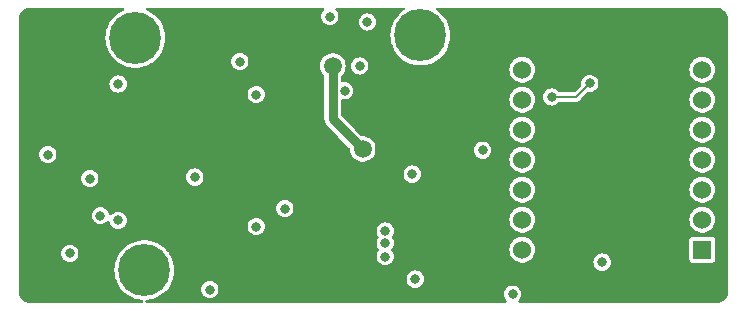
<source format=gbr>
%TF.GenerationSoftware,KiCad,Pcbnew,7.0.6*%
%TF.CreationDate,2024-04-06T17:32:54-04:00*%
%TF.ProjectId,5.2_5V,352e325f-3556-42e6-9b69-6361645f7063,rev?*%
%TF.SameCoordinates,Original*%
%TF.FileFunction,Copper,L4,Bot*%
%TF.FilePolarity,Positive*%
%FSLAX46Y46*%
G04 Gerber Fmt 4.6, Leading zero omitted, Abs format (unit mm)*
G04 Created by KiCad (PCBNEW 7.0.6) date 2024-04-06 17:32:54*
%MOMM*%
%LPD*%
G01*
G04 APERTURE LIST*
%TA.AperFunction,ComponentPad*%
%ADD10C,4.400000*%
%TD*%
%TA.AperFunction,ComponentPad*%
%ADD11R,1.530000X1.530000*%
%TD*%
%TA.AperFunction,ComponentPad*%
%ADD12C,1.530000*%
%TD*%
%TA.AperFunction,ViaPad*%
%ADD13C,0.800000*%
%TD*%
%TA.AperFunction,ViaPad*%
%ADD14C,1.500000*%
%TD*%
%TA.AperFunction,Conductor*%
%ADD15C,0.750000*%
%TD*%
%TA.AperFunction,Conductor*%
%ADD16C,0.127000*%
%TD*%
G04 APERTURE END LIST*
D10*
%TO.P,H3,1*%
%TO.N,N/C*%
X159562800Y-34239200D03*
%TD*%
%TO.P,H2,1*%
%TO.N,N/C*%
X136194800Y-54102000D03*
%TD*%
D11*
%TO.P,U3,1,PA02_A0_D0*%
%TO.N,GND*%
X183432500Y-52380000D03*
D12*
%TO.P,U3,2,PA4_A1_D1*%
X183432500Y-49840000D03*
%TO.P,U3,3,PA10_A2_D2*%
%TO.N,DRDY*%
X183432500Y-47300000D03*
%TO.P,U3,4,PA11_A3_D3*%
%TO.N,CS*%
X183432500Y-44760000D03*
%TO.P,U3,5,PA8_A4_D4_SDA*%
%TO.N,Net-(U3-PA8_A4_D4_SDA)*%
X183432500Y-42220000D03*
%TO.P,U3,6,PA9_A5_D5_SCL*%
X183432500Y-39680000D03*
%TO.P,U3,7,PB08_A6_D6_TX*%
X183432500Y-37140000D03*
%TO.P,U3,8,PB09_A7_D7_RX*%
X168192500Y-37140000D03*
%TO.P,U3,9,PA7_A8_D8_SCK*%
%TO.N,SCLK*%
X168192500Y-39680000D03*
%TO.P,U3,10,PA5_A9_D9_MISO*%
%TO.N,DOUT*%
X168192500Y-42220000D03*
%TO.P,U3,11,PA6_A10_D10_MOSI*%
%TO.N,DIN*%
X168192500Y-44760000D03*
%TO.P,U3,12,3V3*%
%TO.N,3V3*%
X168192500Y-47300000D03*
%TO.P,U3,13,GND*%
%TO.N,GND*%
X168192500Y-49840000D03*
%TO.P,U3,14,5V*%
%TO.N,Net-(D1-K)*%
X168192500Y-52380000D03*
%TD*%
D10*
%TO.P,H1,1*%
%TO.N,N/C*%
X135432800Y-34442400D03*
%TD*%
D13*
%TO.N,5V*%
X174950000Y-53425000D03*
X145669000Y-50419000D03*
X156591000Y-50800000D03*
X131572000Y-46355000D03*
X156591000Y-51816000D03*
X156591000Y-52959000D03*
X133975000Y-49900000D03*
%TO.N,GND*%
X128016000Y-44323000D03*
X158877000Y-45974000D03*
X153150000Y-38925000D03*
X140462000Y-46228000D03*
X141732000Y-55753000D03*
X148082000Y-48895000D03*
X155075000Y-33100000D03*
X129875000Y-52700000D03*
X159131000Y-54864000D03*
X133975000Y-38350000D03*
X145669000Y-39243000D03*
X132470000Y-49493844D03*
X144272000Y-36449000D03*
X167375000Y-56150000D03*
X151892000Y-32639000D03*
X154425000Y-36825000D03*
X164829819Y-43958181D03*
D14*
%TO.N,Net-(PS2-+VIN_(VCC))*%
X154675700Y-43850700D03*
X152146000Y-36830000D03*
D13*
%TO.N,Net-(U3-PA8_A4_D4_SDA)*%
X170675000Y-39450000D03*
X173900000Y-38300000D03*
%TD*%
D15*
%TO.N,Net-(PS2-+VIN_(VCC))*%
X152146000Y-41321000D02*
X154675700Y-43850700D01*
X152146000Y-36830000D02*
X152146000Y-41321000D01*
D16*
%TO.N,Net-(U3-PA8_A4_D4_SDA)*%
X172750000Y-39450000D02*
X170675000Y-39450000D01*
X173900000Y-38300000D02*
X172750000Y-39450000D01*
%TD*%
%TA.AperFunction,NonConductor*%
G36*
X134453973Y-31897185D02*
G01*
X134499728Y-31949989D01*
X134509672Y-32019147D01*
X134480647Y-32082703D01*
X134432581Y-32116792D01*
X134353243Y-32148203D01*
X134353242Y-32148204D01*
X134074210Y-32301604D01*
X134074198Y-32301611D01*
X133816618Y-32488754D01*
X133816608Y-32488762D01*
X133584499Y-32706727D01*
X133381531Y-32952073D01*
X133210923Y-33220909D01*
X133210920Y-33220915D01*
X133075351Y-33509012D01*
X133075349Y-33509017D01*
X132976955Y-33811841D01*
X132917289Y-34124620D01*
X132917288Y-34124627D01*
X132897297Y-34442394D01*
X132897297Y-34442405D01*
X132917288Y-34760172D01*
X132917289Y-34760179D01*
X132976955Y-35072958D01*
X133075349Y-35375782D01*
X133075351Y-35375787D01*
X133210920Y-35663884D01*
X133210923Y-35663890D01*
X133381531Y-35932726D01*
X133381534Y-35932730D01*
X133381535Y-35932731D01*
X133584498Y-36178071D01*
X133799517Y-36379988D01*
X133816608Y-36396037D01*
X133816618Y-36396045D01*
X134074198Y-36583188D01*
X134074203Y-36583190D01*
X134074210Y-36583196D01*
X134353235Y-36736592D01*
X134353240Y-36736594D01*
X134353242Y-36736595D01*
X134353243Y-36736596D01*
X134649282Y-36853806D01*
X134649285Y-36853807D01*
X134752088Y-36880202D01*
X134957694Y-36932992D01*
X135112380Y-36952533D01*
X135273584Y-36972899D01*
X135273590Y-36972899D01*
X135273594Y-36972900D01*
X135273596Y-36972900D01*
X135592004Y-36972900D01*
X135592006Y-36972900D01*
X135592011Y-36972899D01*
X135592015Y-36972899D01*
X135675876Y-36962304D01*
X135907906Y-36932992D01*
X136216314Y-36853807D01*
X136276444Y-36830000D01*
X136512356Y-36736596D01*
X136512357Y-36736595D01*
X136512355Y-36736595D01*
X136512365Y-36736592D01*
X136791390Y-36583196D01*
X136976091Y-36449003D01*
X143536878Y-36449003D01*
X143555307Y-36612574D01*
X143609676Y-36767953D01*
X143609677Y-36767955D01*
X143609678Y-36767957D01*
X143697258Y-36907341D01*
X143813659Y-37023742D01*
X143953043Y-37111322D01*
X144108420Y-37165691D01*
X144108423Y-37165691D01*
X144108425Y-37165692D01*
X144271996Y-37184122D01*
X144272000Y-37184122D01*
X144272004Y-37184122D01*
X144435574Y-37165692D01*
X144435575Y-37165691D01*
X144435580Y-37165691D01*
X144590957Y-37111322D01*
X144730341Y-37023742D01*
X144846742Y-36907341D01*
X144895338Y-36830000D01*
X151060871Y-36830000D01*
X151079346Y-37029391D01*
X151079347Y-37029393D01*
X151134145Y-37221989D01*
X151134151Y-37222004D01*
X151223401Y-37401241D01*
X151223406Y-37401249D01*
X151288406Y-37487322D01*
X151343381Y-37560122D01*
X151344081Y-37561048D01*
X151400037Y-37612058D01*
X151436319Y-37671769D01*
X151440500Y-37703696D01*
X151440500Y-41297802D01*
X151440387Y-41301546D01*
X151436615Y-41363907D01*
X151436615Y-41363910D01*
X151447873Y-41425347D01*
X151448436Y-41429048D01*
X151455969Y-41491077D01*
X151459618Y-41500701D01*
X151465640Y-41522304D01*
X151467496Y-41532429D01*
X151467497Y-41532433D01*
X151493135Y-41589399D01*
X151494568Y-41592859D01*
X151516719Y-41651264D01*
X151516723Y-41651271D01*
X151522563Y-41659732D01*
X151533588Y-41679279D01*
X151537810Y-41688660D01*
X151537813Y-41688665D01*
X151576342Y-41737844D01*
X151578562Y-41740860D01*
X151614047Y-41792269D01*
X151660823Y-41833709D01*
X151663515Y-41836243D01*
X152626449Y-42799177D01*
X153556821Y-43729549D01*
X153590306Y-43790872D01*
X153592612Y-43828666D01*
X153590571Y-43850701D01*
X153609046Y-44050091D01*
X153609047Y-44050093D01*
X153663845Y-44242689D01*
X153663851Y-44242704D01*
X153753101Y-44421941D01*
X153753106Y-44421949D01*
X153873781Y-44581749D01*
X153996151Y-44693303D01*
X154021764Y-44716652D01*
X154192016Y-44822068D01*
X154378740Y-44894405D01*
X154575577Y-44931200D01*
X154575579Y-44931200D01*
X154775821Y-44931200D01*
X154775823Y-44931200D01*
X154972660Y-44894405D01*
X155159384Y-44822068D01*
X155259627Y-44760000D01*
X167092307Y-44760000D01*
X167111039Y-44962159D01*
X167111040Y-44962161D01*
X167166599Y-45157431D01*
X167166605Y-45157446D01*
X167257097Y-45339177D01*
X167379449Y-45501197D01*
X167529485Y-45637972D01*
X167529487Y-45637974D01*
X167702098Y-45744850D01*
X167702104Y-45744853D01*
X167723420Y-45753110D01*
X167891418Y-45818194D01*
X168090987Y-45855500D01*
X168090989Y-45855500D01*
X168294011Y-45855500D01*
X168294013Y-45855500D01*
X168493582Y-45818194D01*
X168682898Y-45744852D01*
X168855514Y-45637973D01*
X168989687Y-45515658D01*
X169005550Y-45501197D01*
X169005552Y-45501195D01*
X169127903Y-45339177D01*
X169218399Y-45157436D01*
X169273960Y-44962160D01*
X169292693Y-44760000D01*
X182332307Y-44760000D01*
X182351039Y-44962159D01*
X182351040Y-44962161D01*
X182406599Y-45157431D01*
X182406605Y-45157446D01*
X182497097Y-45339177D01*
X182619449Y-45501197D01*
X182769485Y-45637972D01*
X182769487Y-45637974D01*
X182942098Y-45744850D01*
X182942104Y-45744853D01*
X182963420Y-45753110D01*
X183131418Y-45818194D01*
X183330987Y-45855500D01*
X183330989Y-45855500D01*
X183534011Y-45855500D01*
X183534013Y-45855500D01*
X183733582Y-45818194D01*
X183922898Y-45744852D01*
X184095514Y-45637973D01*
X184229687Y-45515658D01*
X184245550Y-45501197D01*
X184245552Y-45501195D01*
X184367903Y-45339177D01*
X184458399Y-45157436D01*
X184513960Y-44962160D01*
X184532693Y-44760000D01*
X184513960Y-44557840D01*
X184458399Y-44362564D01*
X184367903Y-44180823D01*
X184245552Y-44018805D01*
X184245550Y-44018802D01*
X184095514Y-43882027D01*
X184095512Y-43882025D01*
X183922901Y-43775149D01*
X183922895Y-43775146D01*
X183843591Y-43744424D01*
X183733582Y-43701806D01*
X183534013Y-43664500D01*
X183330987Y-43664500D01*
X183131418Y-43701806D01*
X183085938Y-43719424D01*
X182942104Y-43775146D01*
X182942098Y-43775149D01*
X182769487Y-43882025D01*
X182769485Y-43882027D01*
X182619449Y-44018802D01*
X182497097Y-44180822D01*
X182406605Y-44362553D01*
X182406599Y-44362568D01*
X182351040Y-44557838D01*
X182351039Y-44557840D01*
X182332307Y-44759999D01*
X182332307Y-44760000D01*
X169292693Y-44760000D01*
X169273960Y-44557840D01*
X169218399Y-44362564D01*
X169127903Y-44180823D01*
X169005552Y-44018805D01*
X169005550Y-44018802D01*
X168855514Y-43882027D01*
X168855512Y-43882025D01*
X168682901Y-43775149D01*
X168682895Y-43775146D01*
X168603591Y-43744424D01*
X168493582Y-43701806D01*
X168294013Y-43664500D01*
X168090987Y-43664500D01*
X167891418Y-43701806D01*
X167845938Y-43719424D01*
X167702104Y-43775146D01*
X167702098Y-43775149D01*
X167529487Y-43882025D01*
X167529485Y-43882027D01*
X167379449Y-44018802D01*
X167257097Y-44180822D01*
X167166605Y-44362553D01*
X167166599Y-44362568D01*
X167111040Y-44557838D01*
X167111039Y-44557840D01*
X167092307Y-44759999D01*
X167092307Y-44760000D01*
X155259627Y-44760000D01*
X155329636Y-44716652D01*
X155477620Y-44581747D01*
X155598295Y-44421947D01*
X155687553Y-44242694D01*
X155742353Y-44050092D01*
X155750869Y-43958184D01*
X164094697Y-43958184D01*
X164113126Y-44121755D01*
X164167495Y-44277134D01*
X164167496Y-44277136D01*
X164167497Y-44277138D01*
X164255077Y-44416522D01*
X164371478Y-44532923D01*
X164510862Y-44620503D01*
X164666239Y-44674872D01*
X164666242Y-44674872D01*
X164666244Y-44674873D01*
X164829815Y-44693303D01*
X164829819Y-44693303D01*
X164829823Y-44693303D01*
X164993393Y-44674873D01*
X164993394Y-44674872D01*
X164993399Y-44674872D01*
X165148776Y-44620503D01*
X165288160Y-44532923D01*
X165404561Y-44416522D01*
X165492141Y-44277138D01*
X165546510Y-44121761D01*
X165554585Y-44050092D01*
X165564941Y-43958184D01*
X165564941Y-43958177D01*
X165546511Y-43794606D01*
X165546510Y-43794604D01*
X165546510Y-43794601D01*
X165492141Y-43639224D01*
X165404561Y-43499840D01*
X165288160Y-43383439D01*
X165148776Y-43295859D01*
X165148775Y-43295858D01*
X165148774Y-43295858D01*
X165148772Y-43295857D01*
X164993393Y-43241488D01*
X164829823Y-43223059D01*
X164829815Y-43223059D01*
X164666244Y-43241488D01*
X164510865Y-43295857D01*
X164510863Y-43295858D01*
X164371477Y-43383439D01*
X164255077Y-43499839D01*
X164167496Y-43639225D01*
X164167495Y-43639227D01*
X164113126Y-43794606D01*
X164094697Y-43958177D01*
X164094697Y-43958184D01*
X155750869Y-43958184D01*
X155760829Y-43850700D01*
X155742353Y-43651308D01*
X155687553Y-43458706D01*
X155687548Y-43458695D01*
X155598298Y-43279458D01*
X155598293Y-43279450D01*
X155477618Y-43119650D01*
X155329637Y-42984749D01*
X155329636Y-42984748D01*
X155264800Y-42944603D01*
X155159385Y-42879332D01*
X155159383Y-42879331D01*
X155022852Y-42826439D01*
X154972660Y-42806995D01*
X154775823Y-42770200D01*
X154775821Y-42770200D01*
X154644290Y-42770200D01*
X154577251Y-42750515D01*
X154556609Y-42733881D01*
X154042728Y-42220000D01*
X167092307Y-42220000D01*
X167111039Y-42422159D01*
X167111040Y-42422161D01*
X167166599Y-42617431D01*
X167166605Y-42617446D01*
X167257097Y-42799177D01*
X167379449Y-42961197D01*
X167529485Y-43097972D01*
X167529487Y-43097974D01*
X167702098Y-43204850D01*
X167702104Y-43204853D01*
X167723420Y-43213110D01*
X167891418Y-43278194D01*
X168090987Y-43315500D01*
X168090989Y-43315500D01*
X168294011Y-43315500D01*
X168294013Y-43315500D01*
X168493582Y-43278194D01*
X168682898Y-43204852D01*
X168855514Y-43097973D01*
X169005552Y-42961195D01*
X169127903Y-42799177D01*
X169218399Y-42617436D01*
X169273960Y-42422160D01*
X169292693Y-42220000D01*
X182332307Y-42220000D01*
X182351039Y-42422159D01*
X182351040Y-42422161D01*
X182406599Y-42617431D01*
X182406605Y-42617446D01*
X182497097Y-42799177D01*
X182619449Y-42961197D01*
X182769485Y-43097972D01*
X182769487Y-43097974D01*
X182942098Y-43204850D01*
X182942104Y-43204853D01*
X182963420Y-43213110D01*
X183131418Y-43278194D01*
X183330987Y-43315500D01*
X183330989Y-43315500D01*
X183534011Y-43315500D01*
X183534013Y-43315500D01*
X183733582Y-43278194D01*
X183922898Y-43204852D01*
X184095514Y-43097973D01*
X184245552Y-42961195D01*
X184367903Y-42799177D01*
X184458399Y-42617436D01*
X184513960Y-42422160D01*
X184532693Y-42220000D01*
X184513960Y-42017840D01*
X184458399Y-41822564D01*
X184443313Y-41792268D01*
X184391723Y-41688660D01*
X184367903Y-41640823D01*
X184262087Y-41500701D01*
X184245550Y-41478802D01*
X184095514Y-41342027D01*
X184095512Y-41342025D01*
X183922901Y-41235149D01*
X183922895Y-41235146D01*
X183843591Y-41204424D01*
X183733582Y-41161806D01*
X183534013Y-41124500D01*
X183330987Y-41124500D01*
X183131418Y-41161806D01*
X183085938Y-41179424D01*
X182942104Y-41235146D01*
X182942098Y-41235149D01*
X182769487Y-41342025D01*
X182769485Y-41342027D01*
X182619449Y-41478802D01*
X182497097Y-41640822D01*
X182406605Y-41822553D01*
X182406599Y-41822568D01*
X182351040Y-42017838D01*
X182351039Y-42017840D01*
X182332307Y-42219999D01*
X182332307Y-42220000D01*
X169292693Y-42220000D01*
X169273960Y-42017840D01*
X169218399Y-41822564D01*
X169203313Y-41792268D01*
X169151723Y-41688660D01*
X169127903Y-41640823D01*
X169022087Y-41500701D01*
X169005550Y-41478802D01*
X168855514Y-41342027D01*
X168855512Y-41342025D01*
X168682901Y-41235149D01*
X168682895Y-41235146D01*
X168603591Y-41204424D01*
X168493582Y-41161806D01*
X168294013Y-41124500D01*
X168090987Y-41124500D01*
X167891418Y-41161806D01*
X167845938Y-41179424D01*
X167702104Y-41235146D01*
X167702098Y-41235149D01*
X167529487Y-41342025D01*
X167529485Y-41342027D01*
X167379449Y-41478802D01*
X167257097Y-41640822D01*
X167166605Y-41822553D01*
X167166599Y-41822568D01*
X167111040Y-42017838D01*
X167111039Y-42017840D01*
X167092307Y-42219999D01*
X167092307Y-42220000D01*
X154042728Y-42220000D01*
X152887819Y-41065091D01*
X152854334Y-41003768D01*
X152851500Y-40977410D01*
X152851500Y-39765245D01*
X152871185Y-39698206D01*
X152892196Y-39680000D01*
X167092307Y-39680000D01*
X167111039Y-39882159D01*
X167111040Y-39882161D01*
X167166599Y-40077431D01*
X167166605Y-40077446D01*
X167257097Y-40259177D01*
X167379449Y-40421197D01*
X167529485Y-40557972D01*
X167529487Y-40557974D01*
X167702098Y-40664850D01*
X167702104Y-40664853D01*
X167723420Y-40673110D01*
X167891418Y-40738194D01*
X168090987Y-40775500D01*
X168090989Y-40775500D01*
X168294011Y-40775500D01*
X168294013Y-40775500D01*
X168493582Y-40738194D01*
X168682898Y-40664852D01*
X168855514Y-40557973D01*
X169005552Y-40421195D01*
X169127903Y-40259177D01*
X169218399Y-40077436D01*
X169273960Y-39882160D01*
X169292693Y-39680000D01*
X169273960Y-39477840D01*
X169266040Y-39450003D01*
X169939878Y-39450003D01*
X169958307Y-39613574D01*
X170012676Y-39768953D01*
X170012677Y-39768955D01*
X170012678Y-39768957D01*
X170100258Y-39908341D01*
X170216659Y-40024742D01*
X170356043Y-40112322D01*
X170511420Y-40166691D01*
X170511423Y-40166691D01*
X170511425Y-40166692D01*
X170674996Y-40185122D01*
X170675000Y-40185122D01*
X170675004Y-40185122D01*
X170838574Y-40166692D01*
X170838575Y-40166691D01*
X170838580Y-40166691D01*
X170993957Y-40112322D01*
X171133341Y-40024742D01*
X171249742Y-39908341D01*
X171253706Y-39902031D01*
X171306040Y-39855738D01*
X171358702Y-39844000D01*
X172812403Y-39844000D01*
X172812404Y-39844000D01*
X172832986Y-39837311D01*
X172851902Y-39832770D01*
X172873270Y-39829387D01*
X172892553Y-39819560D01*
X172910517Y-39812119D01*
X172931102Y-39805432D01*
X172948609Y-39792711D01*
X172965191Y-39782550D01*
X172984474Y-39772726D01*
X173072726Y-39684474D01*
X173077200Y-39680000D01*
X182332307Y-39680000D01*
X182351039Y-39882159D01*
X182351040Y-39882161D01*
X182406599Y-40077431D01*
X182406605Y-40077446D01*
X182497097Y-40259177D01*
X182619449Y-40421197D01*
X182769485Y-40557972D01*
X182769487Y-40557974D01*
X182942098Y-40664850D01*
X182942104Y-40664853D01*
X182963420Y-40673110D01*
X183131418Y-40738194D01*
X183330987Y-40775500D01*
X183330989Y-40775500D01*
X183534011Y-40775500D01*
X183534013Y-40775500D01*
X183733582Y-40738194D01*
X183922898Y-40664852D01*
X184095514Y-40557973D01*
X184245552Y-40421195D01*
X184367903Y-40259177D01*
X184458399Y-40077436D01*
X184513960Y-39882160D01*
X184532693Y-39680000D01*
X184513960Y-39477840D01*
X184458399Y-39282564D01*
X184367903Y-39100823D01*
X184263312Y-38962323D01*
X184245550Y-38938802D01*
X184095514Y-38802027D01*
X184095512Y-38802025D01*
X183922901Y-38695149D01*
X183922895Y-38695146D01*
X183843592Y-38664424D01*
X183733582Y-38621806D01*
X183534013Y-38584500D01*
X183330987Y-38584500D01*
X183131418Y-38621806D01*
X183085938Y-38639424D01*
X182942104Y-38695146D01*
X182942098Y-38695149D01*
X182769487Y-38802025D01*
X182769485Y-38802027D01*
X182619449Y-38938802D01*
X182497097Y-39100822D01*
X182406605Y-39282553D01*
X182406599Y-39282568D01*
X182351040Y-39477838D01*
X182351039Y-39477840D01*
X182332307Y-39679999D01*
X182332307Y-39680000D01*
X173077200Y-39680000D01*
X173131285Y-39625915D01*
X173131297Y-39625901D01*
X173697871Y-39059328D01*
X173759192Y-39025845D01*
X173799434Y-39023791D01*
X173899997Y-39035122D01*
X173900000Y-39035122D01*
X173900004Y-39035122D01*
X174063574Y-39016692D01*
X174063575Y-39016691D01*
X174063580Y-39016691D01*
X174218957Y-38962322D01*
X174358341Y-38874742D01*
X174474742Y-38758341D01*
X174562322Y-38618957D01*
X174616691Y-38463580D01*
X174616692Y-38463574D01*
X174635122Y-38300003D01*
X174635122Y-38299996D01*
X174616692Y-38136425D01*
X174616691Y-38136423D01*
X174616691Y-38136420D01*
X174562322Y-37981043D01*
X174474742Y-37841659D01*
X174358341Y-37725258D01*
X174218957Y-37637678D01*
X174218956Y-37637677D01*
X174218955Y-37637677D01*
X174218953Y-37637676D01*
X174063574Y-37583307D01*
X173900004Y-37564878D01*
X173899996Y-37564878D01*
X173736425Y-37583307D01*
X173581046Y-37637676D01*
X173581044Y-37637677D01*
X173441658Y-37725258D01*
X173325258Y-37841658D01*
X173237677Y-37981044D01*
X173237676Y-37981046D01*
X173183307Y-38136425D01*
X173164878Y-38299996D01*
X173164878Y-38300002D01*
X173176208Y-38400564D01*
X173164153Y-38469386D01*
X173140669Y-38502128D01*
X172623119Y-39019681D01*
X172561796Y-39053166D01*
X172535438Y-39056000D01*
X171358702Y-39056000D01*
X171291663Y-39036315D01*
X171253707Y-38997969D01*
X171249744Y-38991662D01*
X171249741Y-38991658D01*
X171133341Y-38875258D01*
X171026842Y-38808341D01*
X170993957Y-38787678D01*
X170993956Y-38787677D01*
X170993955Y-38787677D01*
X170993953Y-38787676D01*
X170838574Y-38733307D01*
X170675004Y-38714878D01*
X170674996Y-38714878D01*
X170511425Y-38733307D01*
X170356046Y-38787676D01*
X170356044Y-38787677D01*
X170216658Y-38875258D01*
X170100258Y-38991658D01*
X170012677Y-39131044D01*
X170012676Y-39131046D01*
X169958307Y-39286425D01*
X169939878Y-39449996D01*
X169939878Y-39450003D01*
X169266040Y-39450003D01*
X169218399Y-39282564D01*
X169127903Y-39100823D01*
X169023312Y-38962323D01*
X169005550Y-38938802D01*
X168855514Y-38802027D01*
X168855512Y-38802025D01*
X168682901Y-38695149D01*
X168682895Y-38695146D01*
X168603591Y-38664424D01*
X168493582Y-38621806D01*
X168294013Y-38584500D01*
X168090987Y-38584500D01*
X167891418Y-38621806D01*
X167845938Y-38639424D01*
X167702104Y-38695146D01*
X167702098Y-38695149D01*
X167529487Y-38802025D01*
X167529485Y-38802027D01*
X167379449Y-38938802D01*
X167257097Y-39100822D01*
X167166605Y-39282553D01*
X167166599Y-39282568D01*
X167111040Y-39477838D01*
X167111039Y-39477840D01*
X167092307Y-39679999D01*
X167092307Y-39680000D01*
X152892196Y-39680000D01*
X152923989Y-39652451D01*
X152989384Y-39642025D01*
X153149997Y-39660122D01*
X153150000Y-39660122D01*
X153150004Y-39660122D01*
X153313574Y-39641692D01*
X153313575Y-39641691D01*
X153313580Y-39641691D01*
X153468957Y-39587322D01*
X153608341Y-39499742D01*
X153724742Y-39383341D01*
X153812322Y-39243957D01*
X153866691Y-39088580D01*
X153867723Y-39079420D01*
X153885122Y-38925003D01*
X153885122Y-38924996D01*
X153866692Y-38761425D01*
X153866691Y-38761423D01*
X153866691Y-38761420D01*
X153812322Y-38606043D01*
X153724742Y-38466659D01*
X153608341Y-38350258D01*
X153468957Y-38262678D01*
X153468956Y-38262677D01*
X153468955Y-38262677D01*
X153468953Y-38262676D01*
X153313574Y-38208307D01*
X153150004Y-38189878D01*
X153149996Y-38189878D01*
X152989383Y-38207974D01*
X152920561Y-38195919D01*
X152869182Y-38148570D01*
X152851500Y-38084754D01*
X152851500Y-37703696D01*
X152871185Y-37636657D01*
X152891963Y-37612058D01*
X152947920Y-37561047D01*
X153068595Y-37401247D01*
X153157853Y-37221994D01*
X153212653Y-37029392D01*
X153231129Y-36830000D01*
X153230666Y-36825003D01*
X153689878Y-36825003D01*
X153708307Y-36988574D01*
X153762676Y-37143953D01*
X153762677Y-37143955D01*
X153762678Y-37143957D01*
X153850258Y-37283341D01*
X153966659Y-37399742D01*
X154106043Y-37487322D01*
X154261420Y-37541691D01*
X154261423Y-37541691D01*
X154261425Y-37541692D01*
X154424996Y-37560122D01*
X154425000Y-37560122D01*
X154425004Y-37560122D01*
X154588574Y-37541692D01*
X154588575Y-37541691D01*
X154588580Y-37541691D01*
X154743957Y-37487322D01*
X154883341Y-37399742D01*
X154999742Y-37283341D01*
X155087322Y-37143957D01*
X155088707Y-37140000D01*
X167092307Y-37140000D01*
X167111039Y-37342159D01*
X167111040Y-37342161D01*
X167166599Y-37537431D01*
X167166605Y-37537446D01*
X167257097Y-37719177D01*
X167379449Y-37881197D01*
X167529485Y-38017972D01*
X167529487Y-38017974D01*
X167702098Y-38124850D01*
X167702104Y-38124853D01*
X167723420Y-38133110D01*
X167891418Y-38198194D01*
X168090987Y-38235500D01*
X168090989Y-38235500D01*
X168294011Y-38235500D01*
X168294013Y-38235500D01*
X168493582Y-38198194D01*
X168682898Y-38124852D01*
X168855514Y-38017973D01*
X169005552Y-37881195D01*
X169127903Y-37719177D01*
X169218399Y-37537436D01*
X169273960Y-37342160D01*
X169292693Y-37140000D01*
X182332307Y-37140000D01*
X182351039Y-37342159D01*
X182351040Y-37342161D01*
X182406599Y-37537431D01*
X182406605Y-37537446D01*
X182497097Y-37719177D01*
X182619449Y-37881197D01*
X182769485Y-38017972D01*
X182769487Y-38017974D01*
X182942098Y-38124850D01*
X182942104Y-38124853D01*
X182963420Y-38133110D01*
X183131418Y-38198194D01*
X183330987Y-38235500D01*
X183330989Y-38235500D01*
X183534011Y-38235500D01*
X183534013Y-38235500D01*
X183733582Y-38198194D01*
X183922898Y-38124852D01*
X184095514Y-38017973D01*
X184245552Y-37881195D01*
X184367903Y-37719177D01*
X184458399Y-37537436D01*
X184513960Y-37342160D01*
X184532693Y-37140000D01*
X184513960Y-36937840D01*
X184458399Y-36742564D01*
X184455427Y-36736596D01*
X184379039Y-36583188D01*
X184367903Y-36560823D01*
X184283455Y-36448996D01*
X184245550Y-36398802D01*
X184095514Y-36262027D01*
X184095512Y-36262025D01*
X183922901Y-36155149D01*
X183922895Y-36155146D01*
X183843592Y-36124424D01*
X183733582Y-36081806D01*
X183534013Y-36044500D01*
X183330987Y-36044500D01*
X183131418Y-36081806D01*
X183110582Y-36089878D01*
X182942104Y-36155146D01*
X182942098Y-36155149D01*
X182769487Y-36262025D01*
X182769485Y-36262027D01*
X182619449Y-36398802D01*
X182497097Y-36560822D01*
X182406605Y-36742553D01*
X182406599Y-36742568D01*
X182351040Y-36937838D01*
X182351039Y-36937840D01*
X182332307Y-37139999D01*
X182332307Y-37140000D01*
X169292693Y-37140000D01*
X169273960Y-36937840D01*
X169218399Y-36742564D01*
X169215427Y-36736596D01*
X169139039Y-36583188D01*
X169127903Y-36560823D01*
X169043455Y-36448996D01*
X169005550Y-36398802D01*
X168855514Y-36262027D01*
X168855512Y-36262025D01*
X168682901Y-36155149D01*
X168682895Y-36155146D01*
X168603591Y-36124424D01*
X168493582Y-36081806D01*
X168294013Y-36044500D01*
X168090987Y-36044500D01*
X167891418Y-36081806D01*
X167870582Y-36089878D01*
X167702104Y-36155146D01*
X167702098Y-36155149D01*
X167529487Y-36262025D01*
X167529485Y-36262027D01*
X167379449Y-36398802D01*
X167257097Y-36560822D01*
X167166605Y-36742553D01*
X167166599Y-36742568D01*
X167111040Y-36937838D01*
X167111039Y-36937840D01*
X167092307Y-37139999D01*
X167092307Y-37140000D01*
X155088707Y-37140000D01*
X155141691Y-36988580D01*
X155147408Y-36937840D01*
X155160122Y-36825003D01*
X155160122Y-36824996D01*
X155141692Y-36661425D01*
X155141691Y-36661423D01*
X155141691Y-36661420D01*
X155087322Y-36506043D01*
X154999742Y-36366659D01*
X154883341Y-36250258D01*
X154743957Y-36162678D01*
X154743956Y-36162677D01*
X154743955Y-36162677D01*
X154743953Y-36162676D01*
X154588574Y-36108307D01*
X154425004Y-36089878D01*
X154424996Y-36089878D01*
X154261425Y-36108307D01*
X154106046Y-36162676D01*
X154106044Y-36162677D01*
X153966658Y-36250258D01*
X153850258Y-36366658D01*
X153762677Y-36506044D01*
X153762676Y-36506046D01*
X153708307Y-36661425D01*
X153689878Y-36824996D01*
X153689878Y-36825003D01*
X153230666Y-36825003D01*
X153225541Y-36769700D01*
X153212653Y-36630608D01*
X153212652Y-36630606D01*
X153207523Y-36612580D01*
X153157853Y-36438006D01*
X153157848Y-36437995D01*
X153068598Y-36258758D01*
X153068593Y-36258750D01*
X152947918Y-36098950D01*
X152799937Y-35964049D01*
X152799936Y-35964048D01*
X152735101Y-35923903D01*
X152629685Y-35858632D01*
X152629683Y-35858631D01*
X152493152Y-35805739D01*
X152442960Y-35786295D01*
X152246123Y-35749500D01*
X152045877Y-35749500D01*
X151849040Y-35786295D01*
X151849037Y-35786295D01*
X151849037Y-35786296D01*
X151662316Y-35858631D01*
X151662314Y-35858632D01*
X151492062Y-35964049D01*
X151344081Y-36098950D01*
X151223406Y-36258750D01*
X151223401Y-36258758D01*
X151134151Y-36437995D01*
X151134145Y-36438010D01*
X151079347Y-36630606D01*
X151079346Y-36630608D01*
X151060871Y-36829999D01*
X151060871Y-36830000D01*
X144895338Y-36830000D01*
X144934322Y-36767957D01*
X144988691Y-36612580D01*
X144997613Y-36533395D01*
X145007122Y-36449003D01*
X145007122Y-36448996D01*
X144988692Y-36285425D01*
X144988691Y-36285423D01*
X144988691Y-36285420D01*
X144934322Y-36130043D01*
X144846742Y-35990659D01*
X144730341Y-35874258D01*
X144590957Y-35786678D01*
X144590956Y-35786677D01*
X144590955Y-35786677D01*
X144590953Y-35786676D01*
X144435574Y-35732307D01*
X144272004Y-35713878D01*
X144271996Y-35713878D01*
X144108425Y-35732307D01*
X143953046Y-35786676D01*
X143953044Y-35786677D01*
X143813658Y-35874258D01*
X143697258Y-35990658D01*
X143609677Y-36130044D01*
X143609676Y-36130046D01*
X143555307Y-36285425D01*
X143536878Y-36448996D01*
X143536878Y-36449003D01*
X136976091Y-36449003D01*
X137048990Y-36396039D01*
X137281102Y-36178071D01*
X137484065Y-35932731D01*
X137654678Y-35663888D01*
X137790251Y-35375781D01*
X137888646Y-35072954D01*
X137948310Y-34760183D01*
X137961094Y-34556983D01*
X137968303Y-34442405D01*
X137968303Y-34442394D01*
X137948311Y-34124627D01*
X137948310Y-34124620D01*
X137948310Y-34124617D01*
X137888646Y-33811846D01*
X137790251Y-33509019D01*
X137654678Y-33220912D01*
X137577945Y-33100000D01*
X137484068Y-32952073D01*
X137421962Y-32877000D01*
X137281102Y-32706729D01*
X137258281Y-32685299D01*
X137048991Y-32488762D01*
X137048981Y-32488754D01*
X136791401Y-32301611D01*
X136791394Y-32301606D01*
X136791390Y-32301604D01*
X136512365Y-32148208D01*
X136512362Y-32148206D01*
X136512357Y-32148204D01*
X136512356Y-32148203D01*
X136433019Y-32116792D01*
X136377933Y-32073811D01*
X136354830Y-32007872D01*
X136371043Y-31939910D01*
X136421426Y-31891502D01*
X136478666Y-31877500D01*
X151321055Y-31877500D01*
X151388094Y-31897185D01*
X151433849Y-31949989D01*
X151443793Y-32019147D01*
X151414768Y-32082703D01*
X151408736Y-32089181D01*
X151317258Y-32180658D01*
X151229677Y-32320044D01*
X151229676Y-32320046D01*
X151175307Y-32475425D01*
X151156878Y-32638996D01*
X151156878Y-32639003D01*
X151175307Y-32802574D01*
X151229676Y-32957953D01*
X151229677Y-32957955D01*
X151229678Y-32957957D01*
X151317258Y-33097341D01*
X151433659Y-33213742D01*
X151573043Y-33301322D01*
X151728420Y-33355691D01*
X151728423Y-33355691D01*
X151728425Y-33355692D01*
X151891996Y-33374122D01*
X151892000Y-33374122D01*
X151892004Y-33374122D01*
X152055574Y-33355692D01*
X152055575Y-33355691D01*
X152055580Y-33355691D01*
X152210957Y-33301322D01*
X152350341Y-33213742D01*
X152464080Y-33100003D01*
X154339878Y-33100003D01*
X154358307Y-33263574D01*
X154412676Y-33418953D01*
X154412677Y-33418955D01*
X154412678Y-33418957D01*
X154500258Y-33558341D01*
X154616659Y-33674742D01*
X154756043Y-33762322D01*
X154911420Y-33816691D01*
X154911423Y-33816691D01*
X154911425Y-33816692D01*
X155074996Y-33835122D01*
X155075000Y-33835122D01*
X155075004Y-33835122D01*
X155238574Y-33816692D01*
X155238575Y-33816691D01*
X155238580Y-33816691D01*
X155393957Y-33762322D01*
X155533341Y-33674742D01*
X155649742Y-33558341D01*
X155737322Y-33418957D01*
X155791691Y-33263580D01*
X155791692Y-33263574D01*
X155810122Y-33100003D01*
X155810122Y-33099996D01*
X155791692Y-32936425D01*
X155791691Y-32936423D01*
X155791691Y-32936420D01*
X155737322Y-32781043D01*
X155649742Y-32641659D01*
X155533341Y-32525258D01*
X155393957Y-32437678D01*
X155393956Y-32437677D01*
X155393955Y-32437677D01*
X155393953Y-32437676D01*
X155238574Y-32383307D01*
X155075004Y-32364878D01*
X155074996Y-32364878D01*
X154911425Y-32383307D01*
X154756046Y-32437676D01*
X154756044Y-32437677D01*
X154616658Y-32525258D01*
X154500258Y-32641658D01*
X154412677Y-32781044D01*
X154412676Y-32781046D01*
X154358307Y-32936425D01*
X154339878Y-33099996D01*
X154339878Y-33100003D01*
X152464080Y-33100003D01*
X152466742Y-33097341D01*
X152554322Y-32957957D01*
X152608691Y-32802580D01*
X152608692Y-32802574D01*
X152627122Y-32639003D01*
X152627122Y-32638996D01*
X152608692Y-32475425D01*
X152608691Y-32475423D01*
X152608691Y-32475420D01*
X152554322Y-32320043D01*
X152466742Y-32180659D01*
X152375264Y-32089180D01*
X152341779Y-32027858D01*
X152346763Y-31958166D01*
X152388635Y-31902233D01*
X152454099Y-31877816D01*
X152462945Y-31877500D01*
X158126625Y-31877500D01*
X158193664Y-31897185D01*
X158239419Y-31949989D01*
X158249363Y-32019147D01*
X158220338Y-32082703D01*
X158199510Y-32101818D01*
X157946618Y-32285554D01*
X157946608Y-32285562D01*
X157714499Y-32503527D01*
X157511531Y-32748873D01*
X157340923Y-33017709D01*
X157340920Y-33017715D01*
X157205351Y-33305812D01*
X157205349Y-33305817D01*
X157106955Y-33608641D01*
X157047289Y-33921420D01*
X157047288Y-33921427D01*
X157027297Y-34239194D01*
X157027297Y-34239205D01*
X157047288Y-34556972D01*
X157047289Y-34556979D01*
X157106955Y-34869758D01*
X157205349Y-35172582D01*
X157205351Y-35172587D01*
X157340920Y-35460684D01*
X157340923Y-35460690D01*
X157511531Y-35729526D01*
X157511534Y-35729530D01*
X157511535Y-35729531D01*
X157705544Y-35964048D01*
X157714499Y-35974872D01*
X157946608Y-36192837D01*
X157946618Y-36192845D01*
X158204198Y-36379988D01*
X158204203Y-36379990D01*
X158204210Y-36379996D01*
X158483235Y-36533392D01*
X158483240Y-36533394D01*
X158483242Y-36533395D01*
X158483243Y-36533396D01*
X158779282Y-36650606D01*
X158779285Y-36650607D01*
X158882088Y-36677002D01*
X159087694Y-36729792D01*
X159242380Y-36749333D01*
X159403584Y-36769699D01*
X159403590Y-36769699D01*
X159403594Y-36769700D01*
X159403596Y-36769700D01*
X159722004Y-36769700D01*
X159722006Y-36769700D01*
X159722011Y-36769699D01*
X159722015Y-36769699D01*
X159805876Y-36759104D01*
X160037906Y-36729792D01*
X160346314Y-36650607D01*
X160396831Y-36630606D01*
X160642356Y-36533396D01*
X160642357Y-36533395D01*
X160642355Y-36533395D01*
X160642365Y-36533392D01*
X160921390Y-36379996D01*
X161178990Y-36192839D01*
X161411102Y-35974871D01*
X161614065Y-35729531D01*
X161784678Y-35460688D01*
X161920251Y-35172581D01*
X162018646Y-34869754D01*
X162078310Y-34556983D01*
X162085519Y-34442400D01*
X162098303Y-34239205D01*
X162098303Y-34239194D01*
X162078311Y-33921427D01*
X162078310Y-33921420D01*
X162078310Y-33921417D01*
X162018646Y-33608646D01*
X161920251Y-33305819D01*
X161918135Y-33301323D01*
X161823398Y-33099996D01*
X161784678Y-33017712D01*
X161697099Y-32879710D01*
X161614068Y-32748873D01*
X161614065Y-32748869D01*
X161411102Y-32503529D01*
X161178990Y-32285561D01*
X161178987Y-32285559D01*
X161178981Y-32285554D01*
X160926090Y-32101818D01*
X160883424Y-32046488D01*
X160877445Y-31976875D01*
X160910051Y-31915080D01*
X160970889Y-31880723D01*
X160998975Y-31877500D01*
X184607793Y-31877500D01*
X184613195Y-31877735D01*
X184656019Y-31881482D01*
X184782271Y-31893918D01*
X184802185Y-31897541D01*
X184868849Y-31915403D01*
X184962070Y-31943682D01*
X184978471Y-31949958D01*
X184979348Y-31950367D01*
X185045911Y-31981406D01*
X185048875Y-31982888D01*
X185086469Y-32002982D01*
X185132827Y-32027762D01*
X185139167Y-32031657D01*
X185205328Y-32077983D01*
X185209100Y-32080844D01*
X185281308Y-32140103D01*
X185285809Y-32144182D01*
X185343315Y-32201688D01*
X185347395Y-32206190D01*
X185406654Y-32278398D01*
X185409515Y-32282170D01*
X185455841Y-32348331D01*
X185459736Y-32354671D01*
X185504601Y-32438605D01*
X185506114Y-32441631D01*
X185537540Y-32509027D01*
X185543819Y-32525435D01*
X185572101Y-32618669D01*
X185589954Y-32685299D01*
X185593582Y-32705238D01*
X185606023Y-32831554D01*
X185609764Y-32874302D01*
X185610000Y-32879710D01*
X185610000Y-32927916D01*
X185610089Y-32928738D01*
X185649495Y-55867355D01*
X185649259Y-55872869D01*
X185645489Y-55915952D01*
X185633109Y-56041756D01*
X185629480Y-56061706D01*
X185611460Y-56128961D01*
X185583374Y-56221542D01*
X185577098Y-56237946D01*
X185545482Y-56305752D01*
X185543969Y-56308778D01*
X185499340Y-56392277D01*
X185495445Y-56398617D01*
X185448905Y-56465089D01*
X185446044Y-56468861D01*
X185387057Y-56540744D01*
X185382968Y-56545257D01*
X185325226Y-56603002D01*
X185320716Y-56607089D01*
X185248845Y-56666079D01*
X185245075Y-56668940D01*
X185178606Y-56715491D01*
X185172264Y-56719387D01*
X185088765Y-56764025D01*
X185085742Y-56765537D01*
X185017937Y-56797162D01*
X185001529Y-56803442D01*
X184908956Y-56831534D01*
X184900731Y-56833738D01*
X184841692Y-56849563D01*
X184821757Y-56853193D01*
X184697205Y-56865474D01*
X184652608Y-56869381D01*
X184647201Y-56869618D01*
X174083361Y-56870868D01*
X167985867Y-56871590D01*
X167918826Y-56851914D01*
X167873065Y-56799116D01*
X167863113Y-56729958D01*
X167892130Y-56666399D01*
X167898159Y-56659923D01*
X167949742Y-56608341D01*
X168037322Y-56468957D01*
X168091691Y-56313580D01*
X168092573Y-56305752D01*
X168110122Y-56150003D01*
X168110122Y-56149996D01*
X168091692Y-55986425D01*
X168091691Y-55986423D01*
X168091691Y-55986420D01*
X168037322Y-55831043D01*
X167949742Y-55691659D01*
X167833341Y-55575258D01*
X167693957Y-55487678D01*
X167693956Y-55487677D01*
X167693955Y-55487677D01*
X167693953Y-55487676D01*
X167560665Y-55441037D01*
X167538580Y-55433309D01*
X167538579Y-55433308D01*
X167538574Y-55433307D01*
X167375004Y-55414878D01*
X167374996Y-55414878D01*
X167211425Y-55433307D01*
X167056046Y-55487676D01*
X167056044Y-55487677D01*
X166916658Y-55575258D01*
X166800258Y-55691658D01*
X166712677Y-55831044D01*
X166712676Y-55831046D01*
X166658307Y-55986425D01*
X166639878Y-56149996D01*
X166639878Y-56150003D01*
X166658307Y-56313574D01*
X166712676Y-56468953D01*
X166712677Y-56468955D01*
X166800258Y-56608341D01*
X166851971Y-56660054D01*
X166885456Y-56721377D01*
X166880472Y-56791069D01*
X166838600Y-56847002D01*
X166773136Y-56871419D01*
X166764305Y-56871735D01*
X136402741Y-56875331D01*
X136335699Y-56855654D01*
X136289938Y-56802856D01*
X136279986Y-56733698D01*
X136309003Y-56670139D01*
X136367777Y-56632358D01*
X136387184Y-56628309D01*
X136534752Y-56609666D01*
X136669906Y-56592592D01*
X136978314Y-56513407D01*
X137042177Y-56488122D01*
X137274356Y-56396196D01*
X137274357Y-56396195D01*
X137274355Y-56396195D01*
X137274365Y-56396192D01*
X137553390Y-56242796D01*
X137810990Y-56055639D01*
X138043102Y-55837671D01*
X138113145Y-55753003D01*
X140996878Y-55753003D01*
X141015307Y-55916574D01*
X141069676Y-56071953D01*
X141069677Y-56071955D01*
X141069678Y-56071957D01*
X141157258Y-56211341D01*
X141273659Y-56327742D01*
X141413043Y-56415322D01*
X141568420Y-56469691D01*
X141568423Y-56469691D01*
X141568425Y-56469692D01*
X141731996Y-56488122D01*
X141732000Y-56488122D01*
X141732004Y-56488122D01*
X141895574Y-56469692D01*
X141895575Y-56469691D01*
X141895580Y-56469691D01*
X142050957Y-56415322D01*
X142190341Y-56327742D01*
X142306742Y-56211341D01*
X142394322Y-56071957D01*
X142448691Y-55916580D01*
X142448762Y-55915952D01*
X142467122Y-55753003D01*
X142467122Y-55752996D01*
X142448692Y-55589425D01*
X142448691Y-55589423D01*
X142448691Y-55589420D01*
X142394322Y-55434043D01*
X142306742Y-55294659D01*
X142190341Y-55178258D01*
X142050957Y-55090678D01*
X142050956Y-55090677D01*
X142050955Y-55090677D01*
X142050953Y-55090676D01*
X141895574Y-55036307D01*
X141732004Y-55017878D01*
X141731996Y-55017878D01*
X141568425Y-55036307D01*
X141413046Y-55090676D01*
X141413044Y-55090677D01*
X141273658Y-55178258D01*
X141157258Y-55294658D01*
X141069677Y-55434044D01*
X141069676Y-55434046D01*
X141015307Y-55589425D01*
X140996878Y-55752996D01*
X140996878Y-55753003D01*
X138113145Y-55753003D01*
X138246065Y-55592331D01*
X138416678Y-55323488D01*
X138552251Y-55035381D01*
X138607935Y-54864003D01*
X158395878Y-54864003D01*
X158414307Y-55027574D01*
X158468676Y-55182953D01*
X158468677Y-55182955D01*
X158468678Y-55182957D01*
X158556258Y-55322341D01*
X158672659Y-55438742D01*
X158812043Y-55526322D01*
X158967420Y-55580691D01*
X158967423Y-55580691D01*
X158967425Y-55580692D01*
X159130996Y-55599122D01*
X159131000Y-55599122D01*
X159131004Y-55599122D01*
X159294574Y-55580692D01*
X159294575Y-55580691D01*
X159294580Y-55580691D01*
X159449957Y-55526322D01*
X159589341Y-55438742D01*
X159705742Y-55322341D01*
X159793322Y-55182957D01*
X159847691Y-55027580D01*
X159866122Y-54864000D01*
X159851312Y-54732558D01*
X159847692Y-54700425D01*
X159847691Y-54700423D01*
X159847691Y-54700420D01*
X159793322Y-54545043D01*
X159705742Y-54405659D01*
X159589341Y-54289258D01*
X159449957Y-54201678D01*
X159449956Y-54201677D01*
X159449955Y-54201677D01*
X159449953Y-54201676D01*
X159294574Y-54147307D01*
X159131004Y-54128878D01*
X159130996Y-54128878D01*
X158967425Y-54147307D01*
X158812046Y-54201676D01*
X158812044Y-54201677D01*
X158672658Y-54289258D01*
X158556258Y-54405658D01*
X158468677Y-54545044D01*
X158468676Y-54545046D01*
X158414307Y-54700425D01*
X158395878Y-54863996D01*
X158395878Y-54864003D01*
X138607935Y-54864003D01*
X138650646Y-54732554D01*
X138710310Y-54419783D01*
X138724032Y-54201676D01*
X138730303Y-54102005D01*
X138730303Y-54101994D01*
X138710311Y-53784227D01*
X138710310Y-53784220D01*
X138710310Y-53784217D01*
X138650646Y-53471446D01*
X138552251Y-53168619D01*
X138522805Y-53106044D01*
X138453613Y-52959003D01*
X155855878Y-52959003D01*
X155874307Y-53122574D01*
X155928676Y-53277953D01*
X155928677Y-53277955D01*
X155928678Y-53277957D01*
X156016258Y-53417341D01*
X156132659Y-53533742D01*
X156272043Y-53621322D01*
X156427420Y-53675691D01*
X156427423Y-53675691D01*
X156427425Y-53675692D01*
X156590996Y-53694122D01*
X156591000Y-53694122D01*
X156591004Y-53694122D01*
X156754574Y-53675692D01*
X156754575Y-53675691D01*
X156754580Y-53675691D01*
X156909957Y-53621322D01*
X157049341Y-53533742D01*
X157165742Y-53417341D01*
X157253322Y-53277957D01*
X157307691Y-53122580D01*
X157309554Y-53106044D01*
X157326122Y-52959003D01*
X157326122Y-52958996D01*
X157307692Y-52795425D01*
X157307691Y-52795423D01*
X157307691Y-52795420D01*
X157253322Y-52640043D01*
X157165742Y-52500659D01*
X157140264Y-52475181D01*
X157106779Y-52413858D01*
X157109200Y-52380000D01*
X167092307Y-52380000D01*
X167111039Y-52582159D01*
X167111040Y-52582161D01*
X167166599Y-52777431D01*
X167166605Y-52777446D01*
X167257097Y-52959177D01*
X167379449Y-53121197D01*
X167529485Y-53257972D01*
X167529487Y-53257974D01*
X167702098Y-53364850D01*
X167702104Y-53364853D01*
X167723419Y-53373110D01*
X167891418Y-53438194D01*
X168090987Y-53475500D01*
X168090989Y-53475500D01*
X168294011Y-53475500D01*
X168294013Y-53475500D01*
X168493582Y-53438194D01*
X168527632Y-53425003D01*
X174214878Y-53425003D01*
X174233307Y-53588574D01*
X174287676Y-53743953D01*
X174287677Y-53743955D01*
X174287678Y-53743957D01*
X174375258Y-53883341D01*
X174491659Y-53999742D01*
X174631043Y-54087322D01*
X174786420Y-54141691D01*
X174786423Y-54141691D01*
X174786425Y-54141692D01*
X174949996Y-54160122D01*
X174950000Y-54160122D01*
X174950004Y-54160122D01*
X175113574Y-54141692D01*
X175113575Y-54141691D01*
X175113580Y-54141691D01*
X175268957Y-54087322D01*
X175408341Y-53999742D01*
X175524742Y-53883341D01*
X175612322Y-53743957D01*
X175666691Y-53588580D01*
X175679889Y-53471446D01*
X175685122Y-53425003D01*
X175685122Y-53424996D01*
X175666692Y-53261425D01*
X175666691Y-53261423D01*
X175666691Y-53261420D01*
X175639504Y-53183724D01*
X182337000Y-53183724D01*
X182343336Y-53231859D01*
X182343337Y-53231860D01*
X182364831Y-53277953D01*
X182392594Y-53337491D01*
X182475009Y-53419906D01*
X182580639Y-53469162D01*
X182580640Y-53469163D01*
X182628775Y-53475500D01*
X182628776Y-53475500D01*
X184236225Y-53475500D01*
X184284359Y-53469163D01*
X184389991Y-53419906D01*
X184472406Y-53337491D01*
X184521663Y-53231859D01*
X184528000Y-53183724D01*
X184528000Y-51576276D01*
X184521663Y-51528141D01*
X184472406Y-51422509D01*
X184389991Y-51340094D01*
X184389990Y-51340093D01*
X184284360Y-51290837D01*
X184284359Y-51290836D01*
X184236225Y-51284500D01*
X184236224Y-51284500D01*
X182628776Y-51284500D01*
X182628775Y-51284500D01*
X182580640Y-51290836D01*
X182580639Y-51290837D01*
X182475008Y-51340094D01*
X182392594Y-51422508D01*
X182343337Y-51528139D01*
X182343336Y-51528140D01*
X182337000Y-51576275D01*
X182337000Y-53183724D01*
X175639504Y-53183724D01*
X175612322Y-53106043D01*
X175524742Y-52966659D01*
X175408341Y-52850258D01*
X175268957Y-52762678D01*
X175268956Y-52762677D01*
X175268955Y-52762677D01*
X175268953Y-52762676D01*
X175113574Y-52708307D01*
X174950004Y-52689878D01*
X174949996Y-52689878D01*
X174786425Y-52708307D01*
X174631046Y-52762676D01*
X174631044Y-52762677D01*
X174491658Y-52850258D01*
X174375258Y-52966658D01*
X174287677Y-53106044D01*
X174287676Y-53106046D01*
X174233307Y-53261425D01*
X174214878Y-53424996D01*
X174214878Y-53425003D01*
X168527632Y-53425003D01*
X168682898Y-53364852D01*
X168855514Y-53257973D01*
X169005552Y-53121195D01*
X169127903Y-52959177D01*
X169218399Y-52777436D01*
X169273960Y-52582160D01*
X169292693Y-52380000D01*
X169289372Y-52344166D01*
X169273960Y-52177840D01*
X169273959Y-52177838D01*
X169265572Y-52148362D01*
X169218399Y-51982564D01*
X169216913Y-51979580D01*
X169174290Y-51893981D01*
X169127903Y-51800823D01*
X169044660Y-51690592D01*
X169005550Y-51638802D01*
X168855514Y-51502027D01*
X168855512Y-51502025D01*
X168682901Y-51395149D01*
X168682895Y-51395146D01*
X168603592Y-51364424D01*
X168493582Y-51321806D01*
X168294013Y-51284500D01*
X168090987Y-51284500D01*
X167891418Y-51321806D01*
X167845938Y-51339424D01*
X167702104Y-51395146D01*
X167702098Y-51395149D01*
X167529487Y-51502025D01*
X167529485Y-51502027D01*
X167379449Y-51638802D01*
X167257097Y-51800822D01*
X167166605Y-51982553D01*
X167166599Y-51982568D01*
X167111040Y-52177838D01*
X167111039Y-52177840D01*
X167092307Y-52379999D01*
X167092307Y-52380000D01*
X157109200Y-52380000D01*
X157111763Y-52344166D01*
X157140264Y-52299819D01*
X157140263Y-52299818D01*
X157165742Y-52274341D01*
X157253322Y-52134957D01*
X157307691Y-51979580D01*
X157309761Y-51961211D01*
X157326122Y-51816003D01*
X157326122Y-51815996D01*
X157307692Y-51652425D01*
X157307691Y-51652423D01*
X157307691Y-51652420D01*
X157253322Y-51497043D01*
X157175990Y-51373969D01*
X157156991Y-51306734D01*
X157175989Y-51242032D01*
X157253322Y-51118957D01*
X157307691Y-50963580D01*
X157310855Y-50935500D01*
X157326122Y-50800003D01*
X157326122Y-50799996D01*
X157307692Y-50636425D01*
X157307691Y-50636423D01*
X157307691Y-50636420D01*
X157253322Y-50481043D01*
X157165742Y-50341659D01*
X157049341Y-50225258D01*
X156909957Y-50137678D01*
X156909956Y-50137677D01*
X156909955Y-50137677D01*
X156909953Y-50137676D01*
X156754574Y-50083307D01*
X156591004Y-50064878D01*
X156590996Y-50064878D01*
X156427425Y-50083307D01*
X156272046Y-50137676D01*
X156272044Y-50137677D01*
X156132658Y-50225258D01*
X156016258Y-50341658D01*
X155928677Y-50481044D01*
X155928676Y-50481046D01*
X155874307Y-50636425D01*
X155855878Y-50799996D01*
X155855878Y-50800003D01*
X155874307Y-50963574D01*
X155928676Y-51118953D01*
X155928677Y-51118955D01*
X155928678Y-51118957D01*
X156006008Y-51242028D01*
X156025008Y-51309264D01*
X156006008Y-51373970D01*
X155928679Y-51497039D01*
X155928676Y-51497046D01*
X155874307Y-51652425D01*
X155855878Y-51815996D01*
X155855878Y-51816003D01*
X155874307Y-51979574D01*
X155928676Y-52134953D01*
X155928677Y-52134955D01*
X156016258Y-52274341D01*
X156041736Y-52299819D01*
X156075221Y-52361142D01*
X156070237Y-52430834D01*
X156041736Y-52475181D01*
X156016258Y-52500658D01*
X155928677Y-52640044D01*
X155928676Y-52640046D01*
X155874307Y-52795425D01*
X155855878Y-52958996D01*
X155855878Y-52959003D01*
X138453613Y-52959003D01*
X138416678Y-52880512D01*
X138307395Y-52708309D01*
X138246068Y-52611673D01*
X138221652Y-52582159D01*
X138043102Y-52366329D01*
X138037578Y-52361142D01*
X137810991Y-52148362D01*
X137810981Y-52148354D01*
X137553401Y-51961211D01*
X137553394Y-51961206D01*
X137553390Y-51961204D01*
X137274365Y-51807808D01*
X137274362Y-51807806D01*
X137274357Y-51807804D01*
X137274356Y-51807803D01*
X136978317Y-51690593D01*
X136978314Y-51690592D01*
X136669903Y-51611407D01*
X136354015Y-51571500D01*
X136354006Y-51571500D01*
X136035594Y-51571500D01*
X136035584Y-51571500D01*
X135719696Y-51611407D01*
X135411285Y-51690592D01*
X135411282Y-51690593D01*
X135115243Y-51807803D01*
X135115242Y-51807804D01*
X134836210Y-51961204D01*
X134836198Y-51961211D01*
X134578618Y-52148354D01*
X134578608Y-52148362D01*
X134346499Y-52366327D01*
X134143531Y-52611673D01*
X133972923Y-52880509D01*
X133972920Y-52880515D01*
X133837351Y-53168612D01*
X133837349Y-53168617D01*
X133738955Y-53471441D01*
X133679289Y-53784220D01*
X133679288Y-53784227D01*
X133659297Y-54101994D01*
X133659297Y-54102005D01*
X133679288Y-54419772D01*
X133679289Y-54419779D01*
X133738955Y-54732558D01*
X133837349Y-55035382D01*
X133837351Y-55035387D01*
X133972920Y-55323484D01*
X133972923Y-55323490D01*
X134143531Y-55592326D01*
X134143534Y-55592330D01*
X134143535Y-55592331D01*
X134346498Y-55837671D01*
X134573202Y-56050561D01*
X134578608Y-56055637D01*
X134578618Y-56055645D01*
X134836198Y-56242788D01*
X134836203Y-56242790D01*
X134836210Y-56242796D01*
X135115235Y-56396192D01*
X135115240Y-56396194D01*
X135115242Y-56396195D01*
X135115243Y-56396196D01*
X135411282Y-56513406D01*
X135411285Y-56513407D01*
X135719697Y-56592593D01*
X136002804Y-56628358D01*
X136066848Y-56656289D01*
X136105624Y-56714412D01*
X136106821Y-56784271D01*
X136070059Y-56843688D01*
X136007010Y-56873797D01*
X135987278Y-56875380D01*
X126542211Y-56876498D01*
X126536797Y-56876262D01*
X126493994Y-56872517D01*
X126367738Y-56860082D01*
X126347799Y-56856454D01*
X126281169Y-56838601D01*
X126187935Y-56810319D01*
X126171527Y-56804040D01*
X126120595Y-56780291D01*
X126104118Y-56772607D01*
X126101105Y-56771101D01*
X126017171Y-56726236D01*
X126010831Y-56722341D01*
X125944670Y-56676015D01*
X125940898Y-56673154D01*
X125868690Y-56613895D01*
X125864188Y-56609815D01*
X125806682Y-56552309D01*
X125802603Y-56547808D01*
X125800509Y-56545257D01*
X125743344Y-56475600D01*
X125740483Y-56471828D01*
X125694157Y-56405667D01*
X125690262Y-56399327D01*
X125665482Y-56352969D01*
X125645388Y-56315375D01*
X125643906Y-56312411D01*
X125612458Y-56244971D01*
X125606182Y-56228570D01*
X125577903Y-56135349D01*
X125560041Y-56068685D01*
X125556418Y-56048771D01*
X125543975Y-55922435D01*
X125543408Y-55915952D01*
X125540233Y-55879671D01*
X125540000Y-55874315D01*
X125540000Y-52700003D01*
X129139878Y-52700003D01*
X129158307Y-52863574D01*
X129212676Y-53018953D01*
X129212677Y-53018955D01*
X129212678Y-53018957D01*
X129300258Y-53158341D01*
X129416659Y-53274742D01*
X129556043Y-53362322D01*
X129711420Y-53416691D01*
X129711423Y-53416691D01*
X129711425Y-53416692D01*
X129874996Y-53435122D01*
X129875000Y-53435122D01*
X129875004Y-53435122D01*
X130038574Y-53416692D01*
X130038575Y-53416691D01*
X130038580Y-53416691D01*
X130193957Y-53362322D01*
X130333341Y-53274742D01*
X130449742Y-53158341D01*
X130537322Y-53018957D01*
X130591691Y-52863580D01*
X130593192Y-52850258D01*
X130610122Y-52700003D01*
X130610122Y-52699996D01*
X130591692Y-52536425D01*
X130591691Y-52536423D01*
X130591691Y-52536420D01*
X130537322Y-52381043D01*
X130449742Y-52241659D01*
X130333341Y-52125258D01*
X130193957Y-52037678D01*
X130193956Y-52037677D01*
X130193955Y-52037677D01*
X130193953Y-52037676D01*
X130038574Y-51983307D01*
X129875004Y-51964878D01*
X129874996Y-51964878D01*
X129711425Y-51983307D01*
X129556046Y-52037676D01*
X129556044Y-52037677D01*
X129416658Y-52125258D01*
X129300258Y-52241658D01*
X129212677Y-52381044D01*
X129212676Y-52381046D01*
X129158307Y-52536425D01*
X129139878Y-52699996D01*
X129139878Y-52700003D01*
X125540000Y-52700003D01*
X125540000Y-49493847D01*
X131734878Y-49493847D01*
X131753307Y-49657418D01*
X131807676Y-49812797D01*
X131807677Y-49812799D01*
X131807678Y-49812801D01*
X131895258Y-49952185D01*
X132011659Y-50068586D01*
X132151043Y-50156166D01*
X132306420Y-50210535D01*
X132306423Y-50210535D01*
X132306425Y-50210536D01*
X132469996Y-50228966D01*
X132470000Y-50228966D01*
X132470004Y-50228966D01*
X132633574Y-50210536D01*
X132633575Y-50210535D01*
X132633580Y-50210535D01*
X132788957Y-50156166D01*
X132928341Y-50068586D01*
X133043333Y-49953593D01*
X133104652Y-49920111D01*
X133174344Y-49925095D01*
X133230278Y-49966966D01*
X133254231Y-50027393D01*
X133258307Y-50063574D01*
X133312676Y-50218953D01*
X133312677Y-50218955D01*
X133312678Y-50218957D01*
X133400258Y-50358341D01*
X133516659Y-50474742D01*
X133656043Y-50562322D01*
X133811420Y-50616691D01*
X133811423Y-50616691D01*
X133811425Y-50616692D01*
X133974996Y-50635122D01*
X133975000Y-50635122D01*
X133975004Y-50635122D01*
X134138574Y-50616692D01*
X134138575Y-50616691D01*
X134138580Y-50616691D01*
X134293957Y-50562322D01*
X134433341Y-50474742D01*
X134489080Y-50419003D01*
X144933878Y-50419003D01*
X144952307Y-50582574D01*
X145006676Y-50737953D01*
X145006677Y-50737955D01*
X145006678Y-50737957D01*
X145094258Y-50877341D01*
X145210659Y-50993742D01*
X145350043Y-51081322D01*
X145505420Y-51135691D01*
X145505423Y-51135691D01*
X145505425Y-51135692D01*
X145668996Y-51154122D01*
X145669000Y-51154122D01*
X145669004Y-51154122D01*
X145832574Y-51135692D01*
X145832575Y-51135691D01*
X145832580Y-51135691D01*
X145987957Y-51081322D01*
X146127341Y-50993742D01*
X146243742Y-50877341D01*
X146331322Y-50737957D01*
X146385691Y-50582580D01*
X146385847Y-50581195D01*
X146404122Y-50419003D01*
X146404122Y-50418996D01*
X146385692Y-50255425D01*
X146385691Y-50255423D01*
X146385691Y-50255420D01*
X146331322Y-50100043D01*
X146243742Y-49960659D01*
X146127341Y-49844258D01*
X146120564Y-49840000D01*
X167092307Y-49840000D01*
X167111039Y-50042159D01*
X167111040Y-50042161D01*
X167166599Y-50237431D01*
X167166605Y-50237446D01*
X167257097Y-50419177D01*
X167379449Y-50581197D01*
X167529485Y-50717972D01*
X167529487Y-50717974D01*
X167702098Y-50824850D01*
X167702104Y-50824853D01*
X167723419Y-50833110D01*
X167891418Y-50898194D01*
X168090987Y-50935500D01*
X168090989Y-50935500D01*
X168294011Y-50935500D01*
X168294013Y-50935500D01*
X168493582Y-50898194D01*
X168682898Y-50824852D01*
X168855514Y-50717973D01*
X169005552Y-50581195D01*
X169127903Y-50419177D01*
X169218399Y-50237436D01*
X169273960Y-50042160D01*
X169292693Y-49840000D01*
X182332307Y-49840000D01*
X182351039Y-50042159D01*
X182351040Y-50042161D01*
X182406599Y-50237431D01*
X182406605Y-50237446D01*
X182497097Y-50419177D01*
X182619449Y-50581197D01*
X182769485Y-50717972D01*
X182769487Y-50717974D01*
X182942098Y-50824850D01*
X182942104Y-50824853D01*
X182963420Y-50833110D01*
X183131418Y-50898194D01*
X183330987Y-50935500D01*
X183330989Y-50935500D01*
X183534011Y-50935500D01*
X183534013Y-50935500D01*
X183733582Y-50898194D01*
X183922898Y-50824852D01*
X184095514Y-50717973D01*
X184245552Y-50581195D01*
X184367903Y-50419177D01*
X184458399Y-50237436D01*
X184513960Y-50042160D01*
X184532693Y-49840000D01*
X184530172Y-49812799D01*
X184513960Y-49637840D01*
X184513959Y-49637838D01*
X184497800Y-49581046D01*
X184458399Y-49442564D01*
X184457948Y-49441659D01*
X184399987Y-49325257D01*
X184367903Y-49260823D01*
X184245552Y-49098805D01*
X184245550Y-49098802D01*
X184095514Y-48962027D01*
X184095512Y-48962025D01*
X183922901Y-48855149D01*
X183922895Y-48855146D01*
X183843591Y-48824424D01*
X183733582Y-48781806D01*
X183534013Y-48744500D01*
X183330987Y-48744500D01*
X183131418Y-48781806D01*
X183085938Y-48799424D01*
X182942104Y-48855146D01*
X182942098Y-48855149D01*
X182769487Y-48962025D01*
X182769485Y-48962027D01*
X182619449Y-49098802D01*
X182497097Y-49260822D01*
X182406605Y-49442553D01*
X182406599Y-49442568D01*
X182351040Y-49637838D01*
X182351039Y-49637840D01*
X182332307Y-49839999D01*
X182332307Y-49840000D01*
X169292693Y-49840000D01*
X169290172Y-49812799D01*
X169273960Y-49637840D01*
X169273959Y-49637838D01*
X169257800Y-49581046D01*
X169218399Y-49442564D01*
X169217948Y-49441659D01*
X169159987Y-49325257D01*
X169127903Y-49260823D01*
X169005552Y-49098805D01*
X169005550Y-49098802D01*
X168855514Y-48962027D01*
X168855512Y-48962025D01*
X168682901Y-48855149D01*
X168682895Y-48855146D01*
X168603591Y-48824424D01*
X168493582Y-48781806D01*
X168294013Y-48744500D01*
X168090987Y-48744500D01*
X167891418Y-48781806D01*
X167845938Y-48799424D01*
X167702104Y-48855146D01*
X167702098Y-48855149D01*
X167529487Y-48962025D01*
X167529485Y-48962027D01*
X167379449Y-49098802D01*
X167257097Y-49260822D01*
X167166605Y-49442553D01*
X167166599Y-49442568D01*
X167111040Y-49637838D01*
X167111039Y-49637840D01*
X167092307Y-49839999D01*
X167092307Y-49840000D01*
X146120564Y-49840000D01*
X145987957Y-49756678D01*
X145987956Y-49756677D01*
X145987955Y-49756677D01*
X145987953Y-49756676D01*
X145832574Y-49702307D01*
X145669004Y-49683878D01*
X145668996Y-49683878D01*
X145505425Y-49702307D01*
X145350046Y-49756676D01*
X145350044Y-49756677D01*
X145210658Y-49844258D01*
X145094258Y-49960658D01*
X145006677Y-50100044D01*
X145006676Y-50100046D01*
X144952307Y-50255425D01*
X144933878Y-50418996D01*
X144933878Y-50419003D01*
X134489080Y-50419003D01*
X134549742Y-50358341D01*
X134637322Y-50218957D01*
X134691691Y-50063580D01*
X134691692Y-50063574D01*
X134710122Y-49900003D01*
X134710122Y-49899996D01*
X134691692Y-49736425D01*
X134691691Y-49736423D01*
X134691691Y-49736420D01*
X134637322Y-49581043D01*
X134549742Y-49441659D01*
X134433341Y-49325258D01*
X134293957Y-49237678D01*
X134293956Y-49237677D01*
X134293955Y-49237677D01*
X134293953Y-49237676D01*
X134138574Y-49183307D01*
X133975004Y-49164878D01*
X133974996Y-49164878D01*
X133811425Y-49183307D01*
X133656046Y-49237676D01*
X133656044Y-49237677D01*
X133516660Y-49325257D01*
X133401669Y-49440248D01*
X133340346Y-49473732D01*
X133270654Y-49468748D01*
X133214721Y-49426876D01*
X133190768Y-49366449D01*
X133186691Y-49330264D01*
X133132322Y-49174887D01*
X133044742Y-49035503D01*
X132928341Y-48919102D01*
X132889987Y-48895003D01*
X147346878Y-48895003D01*
X147365307Y-49058574D01*
X147419676Y-49213953D01*
X147419677Y-49213955D01*
X147419678Y-49213957D01*
X147507258Y-49353341D01*
X147623659Y-49469742D01*
X147763043Y-49557322D01*
X147918420Y-49611691D01*
X147918423Y-49611691D01*
X147918425Y-49611692D01*
X148081996Y-49630122D01*
X148082000Y-49630122D01*
X148082004Y-49630122D01*
X148245574Y-49611692D01*
X148245575Y-49611691D01*
X148245580Y-49611691D01*
X148400957Y-49557322D01*
X148540341Y-49469742D01*
X148656742Y-49353341D01*
X148744322Y-49213957D01*
X148798691Y-49058580D01*
X148801291Y-49035503D01*
X148817122Y-48895003D01*
X148817122Y-48894996D01*
X148798692Y-48731425D01*
X148798691Y-48731423D01*
X148798691Y-48731420D01*
X148744322Y-48576043D01*
X148656742Y-48436659D01*
X148540341Y-48320258D01*
X148400957Y-48232678D01*
X148400956Y-48232677D01*
X148400955Y-48232677D01*
X148400953Y-48232676D01*
X148245574Y-48178307D01*
X148082004Y-48159878D01*
X148081996Y-48159878D01*
X147918425Y-48178307D01*
X147763046Y-48232676D01*
X147763044Y-48232677D01*
X147623658Y-48320258D01*
X147507258Y-48436658D01*
X147419677Y-48576044D01*
X147419676Y-48576046D01*
X147365307Y-48731425D01*
X147346878Y-48894996D01*
X147346878Y-48895003D01*
X132889987Y-48895003D01*
X132788957Y-48831522D01*
X132788956Y-48831521D01*
X132788955Y-48831521D01*
X132788953Y-48831520D01*
X132633574Y-48777151D01*
X132470004Y-48758722D01*
X132469996Y-48758722D01*
X132306425Y-48777151D01*
X132151046Y-48831520D01*
X132151044Y-48831521D01*
X132011658Y-48919102D01*
X131895258Y-49035502D01*
X131807677Y-49174888D01*
X131807676Y-49174890D01*
X131753307Y-49330269D01*
X131734878Y-49493840D01*
X131734878Y-49493847D01*
X125540000Y-49493847D01*
X125540000Y-47300000D01*
X167092307Y-47300000D01*
X167111039Y-47502159D01*
X167111040Y-47502161D01*
X167166599Y-47697431D01*
X167166605Y-47697446D01*
X167257097Y-47879177D01*
X167379449Y-48041197D01*
X167529485Y-48177972D01*
X167529487Y-48177974D01*
X167702098Y-48284850D01*
X167702104Y-48284853D01*
X167723420Y-48293110D01*
X167891418Y-48358194D01*
X168090987Y-48395500D01*
X168090989Y-48395500D01*
X168294011Y-48395500D01*
X168294013Y-48395500D01*
X168493582Y-48358194D01*
X168682898Y-48284852D01*
X168855514Y-48177973D01*
X169005552Y-48041195D01*
X169127903Y-47879177D01*
X169218399Y-47697436D01*
X169273960Y-47502160D01*
X169292693Y-47300000D01*
X182332307Y-47300000D01*
X182351039Y-47502159D01*
X182351040Y-47502161D01*
X182406599Y-47697431D01*
X182406605Y-47697446D01*
X182497097Y-47879177D01*
X182619449Y-48041197D01*
X182769485Y-48177972D01*
X182769487Y-48177974D01*
X182942098Y-48284850D01*
X182942104Y-48284853D01*
X182963420Y-48293110D01*
X183131418Y-48358194D01*
X183330987Y-48395500D01*
X183330989Y-48395500D01*
X183534011Y-48395500D01*
X183534013Y-48395500D01*
X183733582Y-48358194D01*
X183922898Y-48284852D01*
X184095514Y-48177973D01*
X184245552Y-48041195D01*
X184367903Y-47879177D01*
X184458399Y-47697436D01*
X184513960Y-47502160D01*
X184532693Y-47300000D01*
X184513960Y-47097840D01*
X184458399Y-46902564D01*
X184452303Y-46890322D01*
X184408693Y-46802741D01*
X184367903Y-46720823D01*
X184245552Y-46558805D01*
X184245550Y-46558802D01*
X184095514Y-46422027D01*
X184095512Y-46422025D01*
X183922901Y-46315149D01*
X183922895Y-46315146D01*
X183843591Y-46284424D01*
X183733582Y-46241806D01*
X183534013Y-46204500D01*
X183330987Y-46204500D01*
X183131418Y-46241806D01*
X183085938Y-46259424D01*
X182942104Y-46315146D01*
X182942098Y-46315149D01*
X182769487Y-46422025D01*
X182769485Y-46422027D01*
X182619449Y-46558802D01*
X182497097Y-46720822D01*
X182406605Y-46902553D01*
X182406599Y-46902568D01*
X182351040Y-47097838D01*
X182351039Y-47097840D01*
X182332307Y-47299999D01*
X182332307Y-47300000D01*
X169292693Y-47300000D01*
X169273960Y-47097840D01*
X169218399Y-46902564D01*
X169212303Y-46890322D01*
X169168693Y-46802741D01*
X169127903Y-46720823D01*
X169005552Y-46558805D01*
X169005550Y-46558802D01*
X168855514Y-46422027D01*
X168855512Y-46422025D01*
X168682901Y-46315149D01*
X168682895Y-46315146D01*
X168603591Y-46284424D01*
X168493582Y-46241806D01*
X168294013Y-46204500D01*
X168090987Y-46204500D01*
X167891418Y-46241806D01*
X167845938Y-46259424D01*
X167702104Y-46315146D01*
X167702098Y-46315149D01*
X167529487Y-46422025D01*
X167529485Y-46422027D01*
X167379449Y-46558802D01*
X167257097Y-46720822D01*
X167166605Y-46902553D01*
X167166599Y-46902568D01*
X167111040Y-47097838D01*
X167111039Y-47097840D01*
X167092307Y-47299999D01*
X167092307Y-47300000D01*
X125540000Y-47300000D01*
X125540000Y-46355003D01*
X130836878Y-46355003D01*
X130855307Y-46518574D01*
X130909676Y-46673953D01*
X130909677Y-46673955D01*
X130909678Y-46673957D01*
X130997258Y-46813341D01*
X131113659Y-46929742D01*
X131253043Y-47017322D01*
X131408420Y-47071691D01*
X131408423Y-47071691D01*
X131408425Y-47071692D01*
X131571996Y-47090122D01*
X131572000Y-47090122D01*
X131572004Y-47090122D01*
X131735574Y-47071692D01*
X131735575Y-47071691D01*
X131735580Y-47071691D01*
X131890957Y-47017322D01*
X132030341Y-46929742D01*
X132146742Y-46813341D01*
X132234322Y-46673957D01*
X132288691Y-46518580D01*
X132299570Y-46422025D01*
X132307122Y-46355003D01*
X132307122Y-46354996D01*
X132292813Y-46228003D01*
X139726878Y-46228003D01*
X139745307Y-46391574D01*
X139799676Y-46546953D01*
X139799677Y-46546955D01*
X139799678Y-46546957D01*
X139887258Y-46686341D01*
X140003659Y-46802742D01*
X140143043Y-46890322D01*
X140298420Y-46944691D01*
X140298423Y-46944691D01*
X140298425Y-46944692D01*
X140461996Y-46963122D01*
X140462000Y-46963122D01*
X140462004Y-46963122D01*
X140625574Y-46944692D01*
X140625575Y-46944691D01*
X140625580Y-46944691D01*
X140780957Y-46890322D01*
X140920341Y-46802742D01*
X141036742Y-46686341D01*
X141124322Y-46546957D01*
X141178691Y-46391580D01*
X141178692Y-46391574D01*
X141197122Y-46228003D01*
X141197122Y-46227996D01*
X141178692Y-46064425D01*
X141178691Y-46064423D01*
X141178691Y-46064420D01*
X141147053Y-45974003D01*
X158141878Y-45974003D01*
X158160307Y-46137574D01*
X158214676Y-46292953D01*
X158214677Y-46292955D01*
X158214678Y-46292957D01*
X158302258Y-46432341D01*
X158418659Y-46548742D01*
X158558043Y-46636322D01*
X158713420Y-46690691D01*
X158713423Y-46690691D01*
X158713425Y-46690692D01*
X158876996Y-46709122D01*
X158877000Y-46709122D01*
X158877004Y-46709122D01*
X159040574Y-46690692D01*
X159040575Y-46690691D01*
X159040580Y-46690691D01*
X159195957Y-46636322D01*
X159335341Y-46548742D01*
X159451742Y-46432341D01*
X159539322Y-46292957D01*
X159593691Y-46137580D01*
X159605131Y-46036046D01*
X159612122Y-45974003D01*
X159612122Y-45973996D01*
X159593692Y-45810425D01*
X159593691Y-45810423D01*
X159593691Y-45810420D01*
X159539322Y-45655043D01*
X159451742Y-45515659D01*
X159335341Y-45399258D01*
X159195957Y-45311678D01*
X159195956Y-45311677D01*
X159195955Y-45311677D01*
X159195953Y-45311676D01*
X159040574Y-45257307D01*
X158877004Y-45238878D01*
X158876996Y-45238878D01*
X158713425Y-45257307D01*
X158558046Y-45311676D01*
X158558044Y-45311677D01*
X158418658Y-45399258D01*
X158302258Y-45515658D01*
X158214677Y-45655044D01*
X158214676Y-45655046D01*
X158160307Y-45810425D01*
X158141878Y-45973996D01*
X158141878Y-45974003D01*
X141147053Y-45974003D01*
X141124322Y-45909043D01*
X141036742Y-45769659D01*
X140920341Y-45653258D01*
X140780957Y-45565678D01*
X140780956Y-45565677D01*
X140780955Y-45565677D01*
X140780953Y-45565676D01*
X140647665Y-45519037D01*
X140625580Y-45511309D01*
X140625579Y-45511308D01*
X140625574Y-45511307D01*
X140462004Y-45492878D01*
X140461996Y-45492878D01*
X140298425Y-45511307D01*
X140143046Y-45565676D01*
X140143044Y-45565677D01*
X140003658Y-45653258D01*
X139887258Y-45769658D01*
X139799677Y-45909044D01*
X139799676Y-45909046D01*
X139745307Y-46064425D01*
X139726878Y-46227996D01*
X139726878Y-46228003D01*
X132292813Y-46228003D01*
X132288692Y-46191425D01*
X132288691Y-46191423D01*
X132288691Y-46191420D01*
X132234322Y-46036043D01*
X132146742Y-45896659D01*
X132030341Y-45780258D01*
X131890957Y-45692678D01*
X131890956Y-45692677D01*
X131890955Y-45692677D01*
X131890953Y-45692676D01*
X131735574Y-45638307D01*
X131572004Y-45619878D01*
X131571996Y-45619878D01*
X131408425Y-45638307D01*
X131253046Y-45692676D01*
X131253044Y-45692677D01*
X131113658Y-45780258D01*
X130997258Y-45896658D01*
X130909677Y-46036044D01*
X130909676Y-46036046D01*
X130855307Y-46191425D01*
X130836878Y-46354996D01*
X130836878Y-46355003D01*
X125540000Y-46355003D01*
X125540000Y-44323003D01*
X127280878Y-44323003D01*
X127299307Y-44486574D01*
X127353676Y-44641953D01*
X127353677Y-44641955D01*
X127353678Y-44641957D01*
X127441258Y-44781341D01*
X127557659Y-44897742D01*
X127697043Y-44985322D01*
X127852420Y-45039691D01*
X127852423Y-45039691D01*
X127852425Y-45039692D01*
X128015996Y-45058122D01*
X128016000Y-45058122D01*
X128016004Y-45058122D01*
X128179574Y-45039692D01*
X128179575Y-45039691D01*
X128179580Y-45039691D01*
X128334957Y-44985322D01*
X128474341Y-44897742D01*
X128590742Y-44781341D01*
X128678322Y-44641957D01*
X128732691Y-44486580D01*
X128739973Y-44421949D01*
X128751122Y-44323003D01*
X128751122Y-44322996D01*
X128732692Y-44159425D01*
X128732691Y-44159423D01*
X128732691Y-44159420D01*
X128678322Y-44004043D01*
X128590742Y-43864659D01*
X128474341Y-43748258D01*
X128334957Y-43660678D01*
X128334956Y-43660677D01*
X128334955Y-43660677D01*
X128334953Y-43660676D01*
X128179574Y-43606307D01*
X128016004Y-43587878D01*
X128015996Y-43587878D01*
X127852425Y-43606307D01*
X127697046Y-43660676D01*
X127697044Y-43660677D01*
X127557658Y-43748258D01*
X127441258Y-43864658D01*
X127353677Y-44004044D01*
X127353676Y-44004046D01*
X127299307Y-44159425D01*
X127280878Y-44322996D01*
X127280878Y-44323003D01*
X125540000Y-44323003D01*
X125540000Y-39243003D01*
X144933878Y-39243003D01*
X144952307Y-39406574D01*
X145006676Y-39561953D01*
X145006677Y-39561955D01*
X145006678Y-39561957D01*
X145094258Y-39701341D01*
X145210659Y-39817742D01*
X145350043Y-39905322D01*
X145505420Y-39959691D01*
X145505423Y-39959691D01*
X145505425Y-39959692D01*
X145668996Y-39978122D01*
X145669000Y-39978122D01*
X145669004Y-39978122D01*
X145832574Y-39959692D01*
X145832575Y-39959691D01*
X145832580Y-39959691D01*
X145987957Y-39905322D01*
X146127341Y-39817742D01*
X146243742Y-39701341D01*
X146331322Y-39561957D01*
X146385691Y-39406580D01*
X146385692Y-39406574D01*
X146404122Y-39243003D01*
X146404122Y-39242996D01*
X146385692Y-39079425D01*
X146385691Y-39079423D01*
X146385691Y-39079420D01*
X146331322Y-38924043D01*
X146243742Y-38784659D01*
X146127341Y-38668258D01*
X145987957Y-38580678D01*
X145987956Y-38580677D01*
X145987955Y-38580677D01*
X145987953Y-38580676D01*
X145832574Y-38526307D01*
X145669004Y-38507878D01*
X145668996Y-38507878D01*
X145505425Y-38526307D01*
X145350046Y-38580676D01*
X145350044Y-38580677D01*
X145210658Y-38668258D01*
X145094258Y-38784658D01*
X145006677Y-38924044D01*
X145006676Y-38924046D01*
X144952307Y-39079425D01*
X144933878Y-39242996D01*
X144933878Y-39243003D01*
X125540000Y-39243003D01*
X125540000Y-38350003D01*
X133239878Y-38350003D01*
X133258307Y-38513574D01*
X133312676Y-38668953D01*
X133312677Y-38668955D01*
X133312678Y-38668957D01*
X133400258Y-38808341D01*
X133516659Y-38924742D01*
X133656043Y-39012322D01*
X133811420Y-39066691D01*
X133811423Y-39066691D01*
X133811425Y-39066692D01*
X133974996Y-39085122D01*
X133975000Y-39085122D01*
X133975004Y-39085122D01*
X134138574Y-39066692D01*
X134138575Y-39066691D01*
X134138580Y-39066691D01*
X134293957Y-39012322D01*
X134433341Y-38924742D01*
X134549742Y-38808341D01*
X134637322Y-38668957D01*
X134691691Y-38513580D01*
X134691692Y-38513574D01*
X134710122Y-38350003D01*
X134710122Y-38349996D01*
X134691692Y-38186425D01*
X134691691Y-38186423D01*
X134691691Y-38186420D01*
X134637322Y-38031043D01*
X134549742Y-37891659D01*
X134433341Y-37775258D01*
X134293957Y-37687678D01*
X134293956Y-37687677D01*
X134293955Y-37687677D01*
X134293953Y-37687676D01*
X134138574Y-37633307D01*
X133975004Y-37614878D01*
X133974996Y-37614878D01*
X133811425Y-37633307D01*
X133656046Y-37687676D01*
X133656044Y-37687677D01*
X133516658Y-37775258D01*
X133400258Y-37891658D01*
X133312677Y-38031044D01*
X133312676Y-38031046D01*
X133258307Y-38186425D01*
X133239878Y-38349996D01*
X133239878Y-38350003D01*
X125540000Y-38350003D01*
X125540000Y-32879681D01*
X125540233Y-32874330D01*
X125543977Y-32831535D01*
X125546830Y-32802574D01*
X125556418Y-32705223D01*
X125560042Y-32685309D01*
X125577902Y-32618653D01*
X125606183Y-32525424D01*
X125612453Y-32509037D01*
X125643920Y-32441558D01*
X125645372Y-32438653D01*
X125690264Y-32354666D01*
X125694157Y-32348331D01*
X125740494Y-32282155D01*
X125743327Y-32278420D01*
X125802622Y-32206168D01*
X125806662Y-32201710D01*
X125864210Y-32144162D01*
X125868668Y-32140122D01*
X125940920Y-32080827D01*
X125944655Y-32077994D01*
X126010834Y-32031654D01*
X126017166Y-32027764D01*
X126101153Y-31982872D01*
X126104058Y-31981420D01*
X126171537Y-31949953D01*
X126187924Y-31943683D01*
X126281153Y-31915402D01*
X126347809Y-31897542D01*
X126367723Y-31893918D01*
X126494042Y-31881477D01*
X126536805Y-31877735D01*
X126542206Y-31877500D01*
X134386934Y-31877500D01*
X134453973Y-31897185D01*
G37*
%TD.AperFunction*%
M02*

</source>
